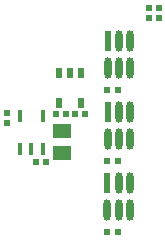
<source format=gbp>
G04*
G04 #@! TF.GenerationSoftware,Altium Limited,Altium Designer,23.8.1 (32)*
G04*
G04 Layer_Color=128*
%FSLAX44Y44*%
%MOMM*%
G71*
G04*
G04 #@! TF.SameCoordinates,050FA7AA-ABA3-4C18-851E-56E06D371AC9*
G04*
G04*
G04 #@! TF.FilePolarity,Positive*
G04*
G01*
G75*
%ADD16R,0.4700X0.5200*%
%ADD22R,0.5200X0.4700*%
%ADD49R,1.5000X1.3000*%
G04:AMPARAMS|DCode=50|XSize=0.55mm|YSize=0.8mm|CornerRadius=0.0495mm|HoleSize=0mm|Usage=FLASHONLY|Rotation=180.000|XOffset=0mm|YOffset=0mm|HoleType=Round|Shape=RoundedRectangle|*
%AMROUNDEDRECTD50*
21,1,0.5500,0.7010,0,0,180.0*
21,1,0.4510,0.8000,0,0,180.0*
1,1,0.0990,-0.2255,0.3505*
1,1,0.0990,0.2255,0.3505*
1,1,0.0990,0.2255,-0.3505*
1,1,0.0990,-0.2255,-0.3505*
%
%ADD50ROUNDEDRECTD50*%
%ADD51R,0.4500X1.0000*%
G04:AMPARAMS|DCode=52|XSize=1.8052mm|YSize=0.6098mm|CornerRadius=0.3049mm|HoleSize=0mm|Usage=FLASHONLY|Rotation=270.000|XOffset=0mm|YOffset=0mm|HoleType=Round|Shape=RoundedRectangle|*
%AMROUNDEDRECTD52*
21,1,1.8052,0.0000,0,0,270.0*
21,1,1.1954,0.6098,0,0,270.0*
1,1,0.6098,0.0000,-0.5977*
1,1,0.6098,0.0000,0.5977*
1,1,0.6098,0.0000,0.5977*
1,1,0.6098,0.0000,-0.5977*
%
%ADD52ROUNDEDRECTD52*%
%ADD53R,0.6098X1.8052*%
D16*
X180500Y171500D02*
D03*
X189100D02*
D03*
X136701Y211149D02*
D03*
X145301D02*
D03*
X152900Y211200D02*
D03*
X161500D02*
D03*
X128900Y170300D02*
D03*
X120300D02*
D03*
X189100Y231500D02*
D03*
X180500D02*
D03*
X189100Y111000D02*
D03*
X180500D02*
D03*
D22*
X95500Y211900D02*
D03*
Y203300D02*
D03*
X215500Y292000D02*
D03*
Y300600D02*
D03*
X223800D02*
D03*
Y292000D02*
D03*
D49*
X142000Y177700D02*
D03*
Y196700D02*
D03*
D50*
X139500Y220550D02*
D03*
X158500D02*
D03*
Y246050D02*
D03*
X149000D02*
D03*
X139500Y246050D02*
D03*
D51*
X106630Y181330D02*
D03*
X125630D02*
D03*
X116130D02*
D03*
X125630Y209330D02*
D03*
X106630Y209330D02*
D03*
D52*
X180600Y250195D02*
D03*
X190100D02*
D03*
X199600D02*
D03*
Y273205D02*
D03*
X190100D02*
D03*
X190100Y212900D02*
D03*
X199600D02*
D03*
Y189890D02*
D03*
X190100D02*
D03*
X180600D02*
D03*
X190000Y152600D02*
D03*
X199500D02*
D03*
Y129590D02*
D03*
X190000D02*
D03*
X180500D02*
D03*
D53*
X180600Y273205D02*
D03*
X180600Y212900D02*
D03*
X180500Y152600D02*
D03*
M02*

</source>
